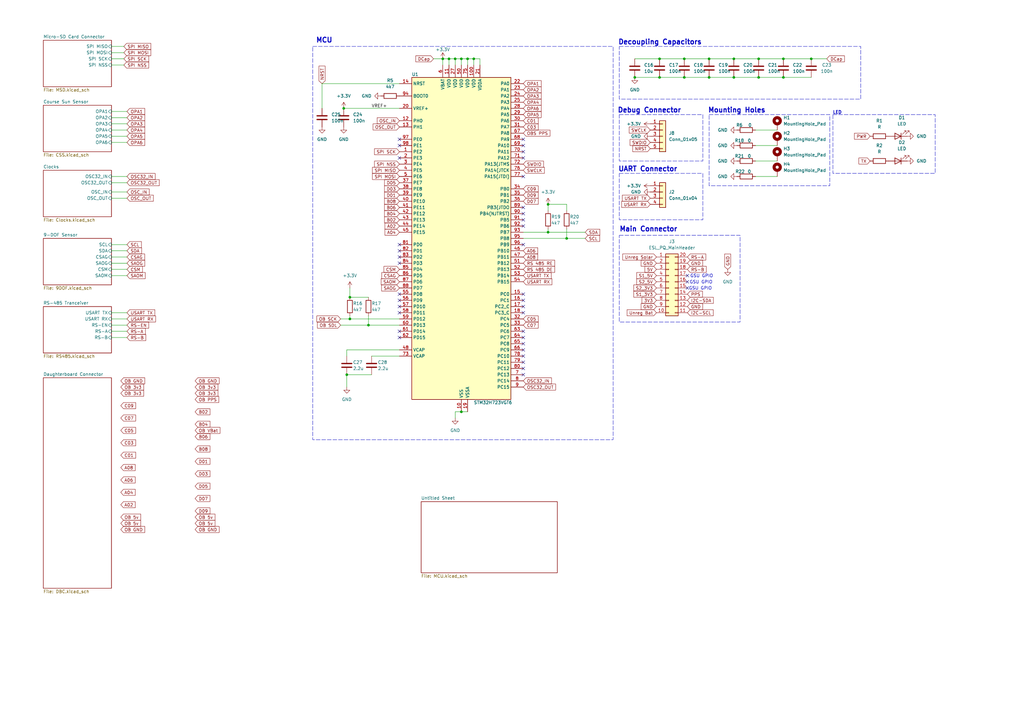
<source format=kicad_sch>
(kicad_sch (version 20231120) (generator "eeschema") (generator_version "8.0")
  (paper "A3")
  (title_block (title "ADCS OBC") (date "2024-04-18") (rev "V1") (comment 1 "22619291") (comment 2 "DP Theron"))
  (lib_symbols
    (symbol "Connector_Generic:Conn_01x04" (pin_names (offset 1.016) hide)
      (property "Reference" "J" (at 0 5.08 0))
      (property "Value" "Conn_01x04" (at 0 -7.62 0))
      (symbol "Conn_01x04_1_1"
        (pin passive line (at -5.08 2.54 0) (length 3.81) (name "Pin_1") (number "1"))
        (pin passive line (at -5.08 0 0) (length 3.81) (name "Pin_2") (number "2"))
        (pin passive line (at -5.08 -2.54 0) (length 3.81) (name "Pin_3") (number "3"))
        (pin passive line (at -5.08 -5.08 0) (length 3.81) (name "Pin_4") (number "4"))
      )
    )
    (symbol "Connector_Generic:Conn_01x05" (pin_names (offset 1.016) hide)
      (property "Reference" "J" (at 0 7.62 0))
      (property "Value" "Conn_01x05" (at 0 -7.62 0))
      (symbol "Conn_01x05_1_1"
        (pin passive line (at -5.08 5.08 0) (length 3.81) (name "Pin_1") (number "1"))
        (pin passive line (at -5.08 2.54 0) (length 3.81) (name "Pin_2") (number "2"))
        (pin passive line (at -5.08 0 0) (length 3.81) (name "Pin_3") (number "3"))
        (pin passive line (at -5.08 -2.54 0) (length 3.81) (name "Pin_4") (number "4"))
        (pin passive line (at -5.08 -5.08 0) (length 3.81) (name "Pin_5") (number "5"))
      )
    )
    (symbol "Device:C" (pin_numbers hide) (pin_names (offset 0.254))
      (property "Reference" "C" (at 0.635 2.54 0))
      (property "Value" "C" (at 0.635 -2.54 0))
      (symbol "C_1_1"
        (pin passive line (at 0 3.81 270) (length 2.794) (name "~") (number "1"))
        (pin passive line (at 0 -3.81 90) (length 2.794) (name "~") (number "2"))
      )
    )
    (symbol "Device:LED" (pin_numbers hide) (pin_names (offset 1.016) hide)
      (property "Reference" "D" (at 0 2.54 0))
      (property "Value" "LED" (at 0 -2.54 0))
      (symbol "LED_1_1"
        (pin passive line (at -3.81 0 0) (length 2.54) (name "K") (number "1"))
        (pin passive line (at 3.81 0 180) (length 2.54) (name "A") (number "2"))
      )
    )
    (symbol "Device:R" (pin_numbers hide) (pin_names (offset 0))
      (property "Reference" "R" (at 2.032 0 90))
      (property "Value" "R" (at 0 0 90))
      (symbol "R_1_1"
        (pin passive line (at 0 3.81 270) (length 1.27) (name "~") (number "1"))
        (pin passive line (at 0 -3.81 90) (length 1.27) (name "~") (number "2"))
      )
    )
    (symbol "ESL_PQ:Conn_02x10_Counter_Clockwise" (pin_names (offset 1.016) hide)
      (property "Reference" "J" (at 1.27 12.7 0))
      (property "Value" "Conn_02x10_Counter_Clockwise" (at 1.27 -15.24 0))
      (symbol "Conn_02x10_Counter_Clockwise_1_1"
        (pin passive line (at -5.08 10.16 0) (length 3.81) (name "Pin_1") (number "1"))
        (pin passive line (at -5.08 -12.7 0) (length 3.81) (name "Pin_10") (number "10"))
        (pin passive line (at 7.62 -12.7 180) (length 3.81) (name "Pin_11") (number "11"))
        (pin passive line (at 7.62 -10.16 180) (length 3.81) (name "Pin_12") (number "12"))
        (pin passive line (at 7.62 -7.62 180) (length 3.81) (name "Pin_13") (number "13"))
        (pin passive line (at 7.62 -5.08 180) (length 3.81) (name "Pin_14") (number "14"))
        (pin passive line (at 7.62 -2.54 180) (length 3.81) (name "Pin_15") (number "15"))
        (pin passive line (at 7.62 0 180) (length 3.81) (name "Pin_16") (number "16"))
        (pin passive line (at 7.62 2.54 180) (length 3.81) (name "Pin_17") (number "17"))
        (pin passive line (at 7.62 5.08 180) (length 3.81) (name "Pin_18") (number "18"))
        (pin passive line (at 7.62 7.62 180) (length 3.81) (name "Pin_19") (number "19"))
        (pin passive line (at -5.08 7.62 0) (length 3.81) (name "Pin_2") (number "2"))
        (pin passive line (at 7.62 10.16 180) (length 3.81) (name "Pin_20") (number "20"))
        (pin passive line (at -5.08 5.08 0) (length 3.81) (name "Pin_3") (number "3"))
        (pin passive line (at -5.08 2.54 0) (length 3.81) (name "Pin_4") (number "4"))
        (pin passive line (at -5.08 0 0) (length 3.81) (name "Pin_5") (number "5"))
        (pin passive line (at -5.08 -2.54 0) (length 3.81) (name "Pin_6") (number "6"))
        (pin passive line (at -5.08 -5.08 0) (length 3.81) (name "Pin_7") (number "7"))
        (pin passive line (at -5.08 -7.62 0) (length 3.81) (name "Pin_8") (number "8"))
        (pin passive line (at -5.08 -10.16 0) (length 3.81) (name "Pin_9") (number "9"))
      )
    )
    (symbol "MCU_ST_STM32H7:STM32H723VGTx"
      (property "Reference" "U" (at -20.32 67.31 0))
      (property "Value" "STM32H723VGTx" (at 10.16 67.31 0))
      (symbol "STM32H723VGTx_1_1"
        (pin bidirectional line (at -25.4 35.56 0) (length 5.08) (name "PE2") (number "1"))
        (pin power_in line (at 0 -71.12 90) (length 5.08) (name "VSS") (number "10"))
        (pin power_in line (at 5.08 71.12 270) (length 5.08) (name "VDD") (number "100"))
        (pin power_in line (at -5.08 71.12 270) (length 5.08) (name "VDD") (number "11"))
        (pin bidirectional line (at -25.4 48.26 0) (length 5.08) (name "PH0") (number "12"))
        (pin bidirectional line (at -25.4 45.72 0) (length 5.08) (name "PH1") (number "13"))
        (pin input line (at -25.4 63.5 0) (length 5.08) (name "NRST") (number "14"))
        (pin bidirectional line (at 25.4 -22.86 180) (length 5.08) (name "PC0") (number "15"))
        (pin bidirectional line (at 25.4 -25.4 180) (length 5.08) (name "PC1") (number "16"))
        (pin bidirectional line (at 25.4 -27.94 180) (length 5.08) (name "PC2_C") (number "17"))
        (pin bidirectional line (at 25.4 -30.48 180) (length 5.08) (name "PC3_C") (number "18"))
        (pin power_in line (at 2.54 -71.12 90) (length 5.08) (name "VSSA") (number "19"))
        (pin bidirectional line (at -25.4 33.02 0) (length 5.08) (name "PE3") (number "2"))
        (pin input line (at -25.4 53.34 0) (length 5.08) (name "VREF+") (number "20"))
        (pin power_in line (at 7.62 71.12 270) (length 5.08) (name "VDDA") (number "21"))
        (pin bidirectional line (at 25.4 63.5 180) (length 5.08) (name "PA0") (number "22"))
        (pin bidirectional line (at 25.4 60.96 180) (length 5.08) (name "PA1") (number "23"))
        (pin bidirectional line (at 25.4 58.42 180) (length 5.08) (name "PA2") (number "24"))
        (pin bidirectional line (at 25.4 55.88 180) (length 5.08) (name "PA3") (number "25"))
        (pin passive line (at 0 -71.12 90) (length 5.08) hide (name "VSS") (number "26"))
        (pin power_in line (at -2.54 71.12 270) (length 5.08) (name "VDD") (number "27"))
        (pin bidirectional line (at 25.4 53.34 180) (length 5.08) (name "PA4") (number "28"))
        (pin bidirectional line (at 25.4 50.8 180) (length 5.08) (name "PA5") (number "29"))
        (pin bidirectional line (at -25.4 30.48 0) (length 5.08) (name "PE4") (number "3"))
        (pin bidirectional line (at 25.4 48.26 180) (length 5.08) (name "PA6") (number "30"))
        (pin bidirectional line (at 25.4 45.72 180) (length 5.08) (name "PA7") (number "31"))
        (pin bidirectional line (at 25.4 -33.02 180) (length 5.08) (name "PC4") (number "32"))
        (pin bidirectional line (at 25.4 -35.56 180) (length 5.08) (name "PC5") (number "33"))
        (pin bidirectional line (at 25.4 20.32 180) (length 5.08) (name "PB0") (number "34"))
        (pin bidirectional line (at 25.4 17.78 180) (length 5.08) (name "PB1") (number "35"))
        (pin bidirectional line (at 25.4 15.24 180) (length 5.08) (name "PB2") (number "36"))
        (pin bidirectional line (at -25.4 22.86 0) (length 5.08) (name "PE7") (number "37"))
        (pin bidirectional line (at -25.4 20.32 0) (length 5.08) (name "PE8") (number "38"))
        (pin bidirectional line (at -25.4 17.78 0) (length 5.08) (name "PE9") (number "39"))
        (pin bidirectional line (at -25.4 27.94 0) (length 5.08) (name "PE5") (number "4"))
        (pin bidirectional line (at -25.4 15.24 0) (length 5.08) (name "PE10") (number "40"))
        (pin bidirectional line (at -25.4 12.7 0) (length 5.08) (name "PE11") (number "41"))
        (pin bidirectional line (at -25.4 10.16 0) (length 5.08) (name "PE12") (number "42"))
        (pin bidirectional line (at -25.4 7.62 0) (length 5.08) (name "PE13") (number "43"))
        (pin bidirectional line (at -25.4 5.08 0) (length 5.08) (name "PE14") (number "44"))
        (pin bidirectional line (at -25.4 2.54 0) (length 5.08) (name "PE15") (number "45"))
        (pin bidirectional line (at 25.4 -5.08 180) (length 5.08) (name "PB10") (number "46"))
        (pin bidirectional line (at 25.4 -7.62 180) (length 5.08) (name "PB11") (number "47"))
        (pin power_out line (at -25.4 -45.72 0) (length 5.08) (name "VCAP") (number "48"))
        (pin passive line (at 0 -71.12 90) (length 5.08) hide (name "VSS") (number "49"))
        (pin bidirectional line (at -25.4 25.4 0) (length 5.08) (name "PE6") (number "5"))
        (pin power_in line (at 0 71.12 270) (length 5.08) (name "VDD") (number "50"))
        (pin bidirectional line (at 25.4 -10.16 180) (length 5.08) (name "PB12") (number "51"))
        (pin bidirectional line (at 25.4 -12.7 180) (length 5.08) (name "PB13") (number "52"))
        (pin bidirectional line (at 25.4 -15.24 180) (length 5.08) (name "PB14") (number "53"))
        (pin bidirectional line (at 25.4 -17.78 180) (length 5.08) (name "PB15") (number "54"))
        (pin bidirectional line (at -25.4 -22.86 0) (length 5.08) (name "PD8") (number "55"))
        (pin bidirectional line (at -25.4 -25.4 0) (length 5.08) (name "PD9") (number "56"))
        (pin bidirectional line (at -25.4 -27.94 0) (length 5.08) (name "PD10") (number "57"))
        (pin bidirectional line (at -25.4 -30.48 0) (length 5.08) (name "PD11") (number "58"))
        (pin bidirectional line (at -25.4 -33.02 0) (length 5.08) (name "PD12") (number "59"))
        (pin power_in line (at -7.62 71.12 270) (length 5.08) (name "VBAT") (number "6"))
        (pin bidirectional line (at -25.4 -35.56 0) (length 5.08) (name "PD13") (number "60"))
        (pin bidirectional line (at -25.4 -38.1 0) (length 5.08) (name "PD14") (number "61"))
        (pin bidirectional line (at -25.4 -40.64 0) (length 5.08) (name "PD15") (number "62"))
        (pin bidirectional line (at 25.4 -38.1 180) (length 5.08) (name "PC6") (number "63"))
        (pin bidirectional line (at 25.4 -40.64 180) (length 5.08) (name "PC7") (number "64"))
        (pin bidirectional line (at 25.4 -43.18 180) (length 5.08) (name "PC8") (number "65"))
        (pin bidirectional line (at 25.4 -45.72 180) (length 5.08) (name "PC9") (number "66"))
        (pin bidirectional line (at 25.4 43.18 180) (length 5.08) (name "PA8") (number "67"))
        (pin bidirectional line (at 25.4 40.64 180) (length 5.08) (name "PA9") (number "68"))
        (pin bidirectional line (at 25.4 38.1 180) (length 5.08) (name "PA10") (number "69"))
        (pin bidirectional line (at 25.4 -55.88 180) (length 5.08) (name "PC13") (number "7"))
        (pin bidirectional line (at 25.4 35.56 180) (length 5.08) (name "PA11") (number "70"))
        (pin bidirectional line (at 25.4 33.02 180) (length 5.08) (name "PA12") (number "71"))
        (pin bidirectional line (at 25.4 30.48 180) (length 5.08) (name "PA13(JTMS") (number "72"))
        (pin power_out line (at -25.4 -48.26 0) (length 5.08) (name "VCAP") (number "73"))
        (pin passive line (at 0 -71.12 90) (length 5.08) hide (name "VSS") (number "74"))
        (pin power_in line (at 2.54 71.12 270) (length 5.08) (name "VDD") (number "75"))
        (pin bidirectional line (at 25.4 27.94 180) (length 5.08) (name "PA14(JTCK") (number "76"))
        (pin bidirectional line (at 25.4 25.4 180) (length 5.08) (name "PA15(JTDI)") (number "77"))
        (pin bidirectional line (at 25.4 -48.26 180) (length 5.08) (name "PC10") (number "78"))
        (pin bidirectional line (at 25.4 -50.8 180) (length 5.08) (name "PC11") (number "79"))
        (pin bidirectional line (at 25.4 -58.42 180) (length 5.08) (name "PC14") (number "8"))
        (pin bidirectional line (at 25.4 -53.34 180) (length 5.08) (name "PC12") (number "80"))
        (pin bidirectional line (at -25.4 -2.54 0) (length 5.08) (name "PD0") (number "81"))
        (pin bidirectional line (at -25.4 -5.08 0) (length 5.08) (name "PD1") (number "82"))
        (pin bidirectional line (at -25.4 -7.62 0) (length 5.08) (name "PD2") (number "83"))
        (pin bidirectional line (at -25.4 -10.16 0) (length 5.08) (name "PD3") (number "84"))
        (pin bidirectional line (at -25.4 -12.7 0) (length 5.08) (name "PD4") (number "85"))
        (pin bidirectional line (at -25.4 -15.24 0) (length 5.08) (name "PD5") (number "86"))
        (pin bidirectional line (at -25.4 -17.78 0) (length 5.08) (name "PD6") (number "87"))
        (pin bidirectional line (at -25.4 -20.32 0) (length 5.08) (name "PD7") (number "88"))
        (pin bidirectional line (at 25.4 12.7 180) (length 5.08) (name "PB3(JTDO") (number "89"))
        (pin bidirectional line (at 25.4 -60.96 180) (length 5.08) (name "PC15") (number "9"))
        (pin bidirectional line (at 25.4 10.16 180) (length 5.08) (name "PB4(NJTRST)") (number "90"))
        (pin bidirectional line (at 25.4 7.62 180) (length 5.08) (name "PB5") (number "91"))
        (pin bidirectional line (at 25.4 5.08 180) (length 5.08) (name "PB6") (number "92"))
        (pin bidirectional line (at 25.4 2.54 180) (length 5.08) (name "PB7") (number "93"))
        (pin input line (at -25.4 58.42 0) (length 5.08) (name "BOOT0") (number "94"))
        (pin bidirectional line (at 25.4 0 180) (length 5.08) (name "PB8") (number "95"))
        (pin bidirectional line (at 25.4 -2.54 180) (length 5.08) (name "PB9") (number "96"))
        (pin bidirectional line (at -25.4 40.64 0) (length 5.08) (name "PE0") (number "97"))
        (pin bidirectional line (at -25.4 38.1 0) (length 5.08) (name "PE1") (number "98"))
        (pin passive line (at 0 -71.12 90) (length 5.08) hide (name "VSS") (number "99"))
      )
    )
    (symbol "Mechanical:MountingHole_Pad" (pin_numbers hide) (pin_names (offset 1.016) hide) (exclude_from_sim yes) (in_bom no)
      (property "Reference" "H" (at 0 6.35 0))
      (property "Value" "MountingHole_Pad" (at 0 4.445 0))
      (symbol "MountingHole_Pad_1_1"
        (pin input line (at 0 -2.54 90) (length 2.54) (name "1") (number "1"))
      )
    )
    (symbol "power:+3.3V" (power) (pin_names (offset 0))
      (property "Value" "+3.3V" (at 0 3.556 0))
      (symbol "+3.3V_1_1"
        (pin power_in line (at 0 0 90) (length 0) hide (name "+3.3V") (number "1"))
      )
    )
    (symbol "power:GND" (power) (pin_names (offset 0))
      (property "Value" "GND" (at 0 -3.81 0))
      (symbol "GND_1_1"
        (pin power_in line (at 0 0 270) (length 0) hide (name "GND") (number "1"))
      )
    )
  )
  (junction (at 332.74 24.13))
  (junction (at 191.77 24.13))
  (junction (at 270.51 24.13))
  (junction (at 143.51 130.81))
  (junction (at 143.51 121.92))
  (junction (at 151.13 133.35))
  (junction (at 270.51 31.75))
  (junction (at 321.31 31.75))
  (junction (at 184.15 24.13))
  (junction (at 311.15 24.13))
  (junction (at 189.23 24.13))
  (junction (at 300.99 24.13))
  (junction (at 280.67 31.75))
  (junction (at 280.67 24.13))
  (junction (at 186.69 24.13))
  (junction (at 260.35 31.75))
  (junction (at 311.15 31.75))
  (junction (at 290.83 31.75))
  (junction (at 300.99 31.75))
  (junction (at 224.79 95.25))
  (junction (at 232.41 97.79))
  (junction (at 290.83 24.13))
  (junction (at 189.23 168.91))
  (junction (at 224.79 83.82))
  (junction (at 142.24 153.67))
  (junction (at 181.61 24.13))
  (junction (at 140.97 44.45))
  (junction (at 194.31 24.13))
  (junction (at 321.31 24.13))
  (no_connect (at 214.63 92.71))
  (no_connect (at 214.63 85.09))
  (no_connect (at 214.63 143.51))
  (no_connect (at 214.63 123.19))
  (no_connect (at 163.83 57.15))
  (no_connect (at 163.83 107.95))
  (no_connect (at 163.83 59.69))
  (no_connect (at 214.63 138.43))
  (no_connect (at 163.83 100.33))
  (no_connect (at 163.83 102.87))
  (no_connect (at 163.83 123.19))
  (no_connect (at 214.63 90.17))
  (no_connect (at 214.63 64.77))
  (no_connect (at 214.63 153.67))
  (no_connect (at 214.63 62.23))
  (no_connect (at 214.63 151.13))
  (no_connect (at 214.63 125.73))
  (no_connect (at 163.83 120.65))
  (no_connect (at 214.63 148.59))
  (no_connect (at 281.94 118.11))
  (no_connect (at 214.63 59.69))
  (no_connect (at 163.83 105.41))
  (no_connect (at 163.83 138.43))
  (no_connect (at 214.63 120.65))
  (no_connect (at 214.63 72.39))
  (no_connect (at 281.94 113.03))
  (no_connect (at 214.63 87.63))
  (no_connect (at 163.83 64.77))
  (no_connect (at 214.63 128.27))
  (no_connect (at 163.83 125.73))
  (no_connect (at 163.83 135.89))
  (no_connect (at 214.63 100.33))
  (no_connect (at 214.63 135.89))
  (no_connect (at 214.63 140.97))
  (no_connect (at 281.94 115.57))
  (no_connect (at 214.63 57.15))
  (no_connect (at 163.83 128.27))
  (no_connect (at 214.63 146.05))
  (wire (pts (xy 224.79 83.82) (xy 224.79 86.36)))
  (wire (pts (xy 280.67 31.75) (xy 290.83 31.75)))
  (wire (pts (xy 260.35 24.13) (xy 270.51 24.13)))
  (wire (pts (xy 143.51 121.92) (xy 151.13 121.92)))
  (wire (pts (xy 232.41 97.79) (xy 214.63 97.79)))
  (wire (pts (xy 45.72 113.03) (xy 52.07 113.03)))
  (wire (pts (xy 309.88 66.04) (xy 318.77 66.04)))
  (wire (pts (xy 177.8 24.13) (xy 181.61 24.13)))
  (wire (pts (xy 45.72 130.81) (xy 52.07 130.81)))
  (wire (pts (xy 45.72 48.26) (xy 52.07 48.26)))
  (wire (pts (xy 309.88 53.34) (xy 318.77 53.34)))
  (wire (pts (xy 184.15 26.67) (xy 184.15 24.13)))
  (wire (pts (xy 45.72 74.93) (xy 52.07 74.93)))
  (wire (pts (xy 311.15 31.75) (xy 321.31 31.75)))
  (wire (pts (xy 45.72 55.88) (xy 52.07 55.88)))
  (wire (pts (xy 139.7 133.35) (xy 151.13 133.35)))
  (wire (pts (xy 142.24 143.51) (xy 142.24 146.05)))
  (wire (pts (xy 45.72 128.27) (xy 52.07 128.27)))
  (wire (pts (xy 300.99 31.75) (xy 311.15 31.75)))
  (wire (pts (xy 151.13 129.54) (xy 151.13 133.35)))
  (wire (pts (xy 45.72 24.13) (xy 50.8 24.13)))
  (wire (pts (xy 290.83 31.75) (xy 300.99 31.75)))
  (wire (pts (xy 189.23 24.13) (xy 189.23 26.67)))
  (wire (pts (xy 143.51 118.11) (xy 143.51 121.92)))
  (wire (pts (xy 45.72 133.35) (xy 52.07 133.35)))
  (wire (pts (xy 45.72 107.95) (xy 52.07 107.95)))
  (wire (pts (xy 186.69 26.67) (xy 186.69 24.13)))
  (wire (pts (xy 132.08 34.29) (xy 132.08 44.45)))
  (wire (pts (xy 290.83 24.13) (xy 300.99 24.13)))
  (wire (pts (xy 186.69 24.13) (xy 189.23 24.13)))
  (wire (pts (xy 45.72 78.74) (xy 52.07 78.74)))
  (wire (pts (xy 139.7 130.81) (xy 143.51 130.81)))
  (wire (pts (xy 309.88 72.39) (xy 318.77 72.39)))
  (wire (pts (xy 151.13 133.35) (xy 163.83 133.35)))
  (wire (pts (xy 45.72 102.87) (xy 52.07 102.87)))
  (wire (pts (xy 45.72 53.34) (xy 52.07 53.34)))
  (wire (pts (xy 45.72 110.49) (xy 52.07 110.49)))
  (wire (pts (xy 45.72 50.8) (xy 52.07 50.8)))
  (wire (pts (xy 240.03 97.79) (xy 232.41 97.79)))
  (wire (pts (xy 45.72 72.39) (xy 52.07 72.39)))
  (wire (pts (xy 232.41 86.36) (xy 232.41 83.82)))
  (wire (pts (xy 45.72 58.42) (xy 52.07 58.42)))
  (wire (pts (xy 321.31 24.13) (xy 332.74 24.13)))
  (wire (pts (xy 232.41 83.82) (xy 224.79 83.82)))
  (wire (pts (xy 45.72 100.33) (xy 52.07 100.33)))
  (wire (pts (xy 191.77 24.13) (xy 194.31 24.13)))
  (wire (pts (xy 194.31 24.13) (xy 194.31 26.67)))
  (wire (pts (xy 45.72 135.89) (xy 52.07 135.89)))
  (wire (pts (xy 152.4 146.05) (xy 163.83 146.05)))
  (wire (pts (xy 163.83 34.29) (xy 132.08 34.29)))
  (wire (pts (xy 224.79 93.98) (xy 224.79 95.25)))
  (wire (pts (xy 224.79 95.25) (xy 214.63 95.25)))
  (wire (pts (xy 191.77 24.13) (xy 191.77 26.67)))
  (wire (pts (xy 240.03 95.25) (xy 224.79 95.25)))
  (wire (pts (xy 321.31 31.75) (xy 332.74 31.75)))
  (wire (pts (xy 184.15 24.13) (xy 186.69 24.13)))
  (wire (pts (xy 300.99 24.13) (xy 311.15 24.13)))
  (wire (pts (xy 45.72 105.41) (xy 52.07 105.41)))
  (wire (pts (xy 45.72 45.72) (xy 52.07 45.72)))
  (wire (pts (xy 45.72 138.43) (xy 52.07 138.43)))
  (wire (pts (xy 189.23 168.91) (xy 186.69 168.91)))
  (wire (pts (xy 270.51 31.75) (xy 280.67 31.75)))
  (wire (pts (xy 189.23 168.91) (xy 191.77 168.91)))
  (wire (pts (xy 280.67 24.13) (xy 290.83 24.13)))
  (wire (pts (xy 232.41 93.98) (xy 232.41 97.79)))
  (wire (pts (xy 196.85 24.13) (xy 194.31 24.13)))
  (wire (pts (xy 142.24 153.67) (xy 142.24 158.75)))
  (wire (pts (xy 309.88 59.69) (xy 318.77 59.69)))
  (wire (pts (xy 142.24 153.67) (xy 152.4 153.67)))
  (wire (pts (xy 196.85 26.67) (xy 196.85 24.13)))
  (wire (pts (xy 45.72 26.67) (xy 50.8 26.67)))
  (wire (pts (xy 163.83 143.51) (xy 142.24 143.51)))
  (wire (pts (xy 311.15 24.13) (xy 321.31 24.13)))
  (wire (pts (xy 189.23 24.13) (xy 191.77 24.13)))
  (wire (pts (xy 45.72 81.28) (xy 52.07 81.28)))
  (wire (pts (xy 45.72 21.59) (xy 50.8 21.59)))
  (wire (pts (xy 181.61 26.67) (xy 181.61 24.13)))
  (wire (pts (xy 143.51 130.81) (xy 163.83 130.81)))
  (wire (pts (xy 181.61 24.13) (xy 184.15 24.13)))
  (wire (pts (xy 270.51 24.13) (xy 280.67 24.13)))
  (wire (pts (xy 332.74 24.13) (xy 339.09 24.13)))
  (wire (pts (xy 140.97 44.45) (xy 163.83 44.45)))
  (wire (pts (xy 143.51 129.54) (xy 143.51 130.81)))
  (wire (pts (xy 186.69 168.91) (xy 186.69 171.45)))
  (wire (pts (xy 260.35 31.75) (xy 270.51 31.75)))
  (wire (pts (xy 45.72 19.05) (xy 50.8 19.05)))
  (rectangle (start 290.83 46.99) (end 340.36 76.2) (stroke (width 0) (type dash)))
  (rectangle (start 254 96.52) (end 303.53 132.08) (stroke (width 0) (type dash)))
  (rectangle (start 254 71.12) (end 288.29 90.17) (stroke (width 0) (type dash)))
  (rectangle (start 128.27 19.05) (end 251.46 180.34) (stroke (width 0) (type dash)))
  (rectangle (start 254 19.05) (end 353.06 40.64) (stroke (width 0) (type dash)))
  (rectangle (start 254 46.99) (end 288.29 66.04) (stroke (width 0) (type dash)))
  (rectangle (start 341.63 46.99) (end 383.54 71.12) (stroke (width 0) (type dash)))
  (text "GSU GPIO" (at 287.274 118.364 0) (effects (font (size 1.27 1.27))))
  (text "UART Connector" (at 253.492 70.612 0) (effects (font (size 2 2) (thickness 0.4) (bold yes)) (justify left bottom)))
  (text "LED" (at 343.408 46.228 0) (effects (font (size 1.27 1.27) (thickness 0.254) (bold yes))))
  (text "Decoupling Capacitors" (at 253.492 18.542 0) (effects (font (size 2 2) (bold yes)) (justify left bottom)))
  (text "Mounting Holes" (at 290.322 46.482 0) (effects (font (size 2 2) (thickness 0.4) (bold yes)) (justify left bottom)))
  (text "GSU GPIO" (at 287.782 113.284 0) (effects (font (size 1.27 1.27))))
  (text "Debug Connector" (at 253.238 46.482 0) (effects (font (size 2 2) (thickness 0.4) (bold yes)) (justify left bottom)))
  (text "Main Connector" (at 254 95.25 0) (effects (font (size 2 2) (thickness 0.4) (bold yes)) (justify left bottom)))
  (text "GSU GPIO" (at 287.528 115.824 0) (effects (font (size 1.27 1.27))))
  (text "MCU" (at 129.54 17.78 0) (effects (font (size 2 2) (bold yes)) (justify left bottom)))
  (label "VREF+" (at 152.4 44.45 0))
  (global_label "D05" (shape input) (at 80.01 199.39 0) (property "Intersheetrefs" "${INTERSHEET_REFS}" (effects (hide yes))))
  (global_label "OSC_OUT" (shape input) (at 163.83 52.07 180) (property "Intersheetrefs" "${INTERSHEET_REFS}" (effects (hide yes))))
  (global_label "USART RX" (shape input) (at 52.07 130.81 0) (property "Intersheetrefs" "${INTERSHEET_REFS}" (effects (hide yes))))
  (global_label "OSC32_OUT" (shape input) (at 52.07 74.93 0) (property "Intersheetrefs" "${INTERSHEET_REFS}" (effects (hide yes))))
  (global_label "SWDIO" (shape input) (at 266.7 58.42 180) (property "Intersheetrefs" "${INTERSHEET_REFS}" (effects (hide yes))))
  (global_label "RS-B" (shape input) (at 52.07 138.43 0) (property "Intersheetrefs" "${INTERSHEET_REFS}" (effects (hide yes))))
  (global_label "RS-A" (shape input) (at 52.07 135.89 0) (property "Intersheetrefs" "${INTERSHEET_REFS}" (effects (hide yes))))
  (global_label "B02" (shape input) (at 80.01 168.91 0) (property "Intersheetrefs" "${INTERSHEET_REFS}" (effects (hide yes))))
  (global_label "OPA1" (shape input) (at 214.63 34.29 0) (property "Intersheetrefs" "${INTERSHEET_REFS}" (effects (hide yes))))
  (global_label "OB 5v" (shape input) (at 80.01 212.09 0) (property "Intersheetrefs" "${INTERSHEET_REFS}" (effects (hide yes))))
  (global_label "OB SCK" (shape input) (at 139.7 130.81 180) (property "Intersheetrefs" "${INTERSHEET_REFS}" (effects (hide yes))))
  (global_label "CSAG" (shape input) (at 163.83 113.03 180) (property "Intersheetrefs" "${INTERSHEET_REFS}" (effects (hide yes))))
  (global_label "SPI MISO" (shape input) (at 163.83 69.85 180) (property "Intersheetrefs" "${INTERSHEET_REFS}" (effects (hide yes))))
  (global_label "D01" (shape input) (at 80.01 189.23 0) (property "Intersheetrefs" "${INTERSHEET_REFS}" (effects (hide yes))))
  (global_label "D03" (shape input) (at 80.01 194.31 0) (property "Intersheetrefs" "${INTERSHEET_REFS}" (effects (hide yes))))
  (global_label "SPI MOSI" (shape input) (at 50.8 21.59 0) (property "Intersheetrefs" "${INTERSHEET_REFS}" (effects (hide yes))))
  (global_label "C05" (shape input) (at 214.63 130.81 0) (property "Intersheetrefs" "${INTERSHEET_REFS}" (effects (hide yes))))
  (global_label "S1_5V" (shape input) (at 269.24 113.03 180) (property "Intersheetrefs" "${INTERSHEET_REFS}" (effects (hide yes))))
  (global_label "GND" (shape input) (at 281.94 125.73 0) (property "Intersheetrefs" "${INTERSHEET_REFS}" (effects (hide yes))))
  (global_label "OPA4" (shape input) (at 52.07 53.34 0) (property "Intersheetrefs" "${INTERSHEET_REFS}" (effects (hide yes))))
  (global_label "OBS PPS" (shape input) (at 214.63 54.61 0) (property "Intersheetrefs" "${INTERSHEET_REFS}" (effects (hide yes))))
  (global_label "USART TX" (shape input) (at 266.7 81.28 180) (property "Intersheetrefs" "${INTERSHEET_REFS}" (effects (hide yes))))
  (global_label "SPI NSS" (shape input) (at 50.8 26.67 0) (property "Intersheetrefs" "${INTERSHEET_REFS}" (effects (hide yes))))
  (global_label "OB GND" (shape input) (at 49.53 156.21 0) (property "Intersheetrefs" "${INTERSHEET_REFS}" (effects (hide yes))))
  (global_label "SWCLK" (shape input) (at 214.63 69.85 0) (property "Intersheetrefs" "${INTERSHEET_REFS}" (effects (hide yes))))
  (global_label "CSM" (shape input) (at 52.07 110.49 0) (property "Intersheetrefs" "${INTERSHEET_REFS}" (effects (hide yes))))
  (global_label "B04" (shape input) (at 80.01 173.99 0) (property "Intersheetrefs" "${INTERSHEET_REFS}" (effects (hide yes))))
  (global_label "A02" (shape input) (at 163.83 92.71 180) (property "Intersheetrefs" "${INTERSHEET_REFS}" (effects (hide yes))))
  (global_label "S2_3V3" (shape input) (at 269.24 118.11 180) (property "Intersheetrefs" "${INTERSHEET_REFS}" (effects (hide yes))))
  (global_label "SPI MISO" (shape input) (at 50.8 19.05 0) (property "Intersheetrefs" "${INTERSHEET_REFS}" (effects (hide yes))))
  (global_label "A04" (shape input) (at 49.53 201.93 0) (property "Intersheetrefs" "${INTERSHEET_REFS}" (effects (hide yes))))
  (global_label "D07" (shape input) (at 80.01 204.47 0) (property "Intersheetrefs" "${INTERSHEET_REFS}" (effects (hide yes))))
  (global_label "A02" (shape input) (at 49.53 207.01 0) (property "Intersheetrefs" "${INTERSHEET_REFS}" (effects (hide yes))))
  (global_label "USART TX" (shape input) (at 214.63 113.03 0) (property "Intersheetrefs" "${INTERSHEET_REFS}" (effects (hide yes))))
  (global_label "I2C-SCL" (shape input) (at 281.94 128.27 0) (property "Intersheetrefs" "${INTERSHEET_REFS}" (effects (hide yes))))
  (global_label "SDA" (shape input) (at 52.07 102.87 0) (property "Intersheetrefs" "${INTERSHEET_REFS}" (effects (hide yes))))
  (global_label "C09" (shape input) (at 49.53 166.37 0) (property "Intersheetrefs" "${INTERSHEET_REFS}" (effects (hide yes))))
  (global_label "OB 3v3" (shape input) (at 80.01 158.75 0) (property "Intersheetrefs" "${INTERSHEET_REFS}" (effects (hide yes))))
  (global_label "SAOG" (shape input) (at 52.07 107.95 0) (property "Intersheetrefs" "${INTERSHEET_REFS}" (effects (hide yes))))
  (global_label "D09" (shape input) (at 80.01 209.55 0) (property "Intersheetrefs" "${INTERSHEET_REFS}" (effects (hide yes))))
  (global_label "RS-B" (shape input) (at 281.94 110.49 0) (property "Intersheetrefs" "${INTERSHEET_REFS}" (effects (hide yes))))
  (global_label "OPA5" (shape input) (at 214.63 46.99 0) (property "Intersheetrefs" "${INTERSHEET_REFS}" (effects (hide yes))))
  (global_label "RS-A" (shape input) (at 281.94 105.41 0) (property "Intersheetrefs" "${INTERSHEET_REFS}" (effects (hide yes))))
  (global_label "USART RX" (shape input) (at 214.63 115.57 0) (property "Intersheetrefs" "${INTERSHEET_REFS}" (effects (hide yes))))
  (global_label "D05" (shape input) (at 163.83 74.93 180) (property "Intersheetrefs" "${INTERSHEET_REFS}" (effects (hide yes))))
  (global_label "D03" (shape input) (at 163.83 77.47 180) (property "Intersheetrefs" "${INTERSHEET_REFS}" (effects (hide yes))))
  (global_label "NRST" (shape input) (at 266.7 60.96 180) (property "Intersheetrefs" "${INTERSHEET_REFS}" (effects (hide yes))))
  (global_label "OPA6" (shape input) (at 214.63 44.45 0) (property "Intersheetrefs" "${INTERSHEET_REFS}" (effects (hide yes))))
  (global_label "A04" (shape input) (at 163.83 95.25 180) (property "Intersheetrefs" "${INTERSHEET_REFS}" (effects (hide yes))))
  (global_label "SAOM" (shape input) (at 52.07 113.03 0) (property "Intersheetrefs" "${INTERSHEET_REFS}" (effects (hide yes))))
  (global_label "A06" (shape input) (at 49.53 196.85 0) (property "Intersheetrefs" "${INTERSHEET_REFS}" (effects (hide yes))))
  (global_label "OPA3" (shape input) (at 52.07 50.8 0) (property "Intersheetrefs" "${INTERSHEET_REFS}" (effects (hide yes))))
  (global_label "B02" (shape input) (at 163.83 90.17 180) (property "Intersheetrefs" "${INTERSHEET_REFS}" (effects (hide yes))))
  (global_label "OPA2" (shape input) (at 52.07 48.26 0) (property "Intersheetrefs" "${INTERSHEET_REFS}" (effects (hide yes))))
  (global_label "GND" (shape input) (at 281.94 107.95 0) (property "Intersheetrefs" "${INTERSHEET_REFS}" (effects (hide yes))))
  (global_label "OPA2" (shape input) (at 214.63 36.83 0) (property "Intersheetrefs" "${INTERSHEET_REFS}" (effects (hide yes))))
  (global_label "NRST" (shape input) (at 132.08 34.29 90) (property "Intersheetrefs" "${INTERSHEET_REFS}" (effects (hide yes))))
  (global_label "RS-EN" (shape input) (at 52.07 133.35 0) (property "Intersheetrefs" "${INTERSHEET_REFS}" (effects (hide yes))))
  (global_label "3V3" (shape input) (at 269.24 123.19 180) (property "Intersheetrefs" "${INTERSHEET_REFS}" (effects (hide yes))))
  (global_label "OB 3v3" (shape input) (at 80.01 161.29 0) (property "Intersheetrefs" "${INTERSHEET_REFS}" (effects (hide yes))))
  (global_label "D01" (shape input) (at 163.83 80.01 180) (property "Intersheetrefs" "${INTERSHEET_REFS}" (effects (hide yes))))
  (global_label "PPS" (shape input) (at 281.94 120.65 0) (property "Intersheetrefs" "${INTERSHEET_REFS}" (effects (hide yes))))
  (global_label "I2C-SDA" (shape input) (at 281.94 123.19 0) (property "Intersheetrefs" "${INTERSHEET_REFS}" (effects (hide yes))))
  (global_label "SDA" (shape input) (at 240.03 95.25 0) (property "Intersheetrefs" "${INTERSHEET_REFS}" (effects (hide yes))))
  (global_label "RS 485 RE" (shape input) (at 214.63 107.95 0) (property "Intersheetrefs" "${INTERSHEET_REFS}" (effects (hide yes))))
  (global_label "OSC_IN" (shape input) (at 52.07 78.74 0) (property "Intersheetrefs" "${INTERSHEET_REFS}" (effects (hide yes))))
  (global_label "OB PPS" (shape input) (at 80.01 163.83 0) (property "Intersheetrefs" "${INTERSHEET_REFS}" (effects (hide yes))))
  (global_label "PWR" (shape input) (at 356.87 55.88 180) (property "Intersheetrefs" "${INTERSHEET_REFS}" (effects (hide yes))))
  (global_label "OSC32_IN" (shape input) (at 214.63 156.21 0) (property "Intersheetrefs" "${INTERSHEET_REFS}" (effects (hide yes))))
  (global_label "D07" (shape input) (at 214.63 82.55 0) (property "Intersheetrefs" "${INTERSHEET_REFS}" (effects (hide yes))))
  (global_label "B08" (shape input) (at 80.01 184.15 0) (property "Intersheetrefs" "${INTERSHEET_REFS}" (effects (hide yes))))
  (global_label "OPA5" (shape input) (at 52.07 55.88 0) (property "Intersheetrefs" "${INTERSHEET_REFS}" (effects (hide yes))))
  (global_label "B04" (shape input) (at 163.83 87.63 180) (property "Intersheetrefs" "${INTERSHEET_REFS}" (effects (hide yes))))
  (global_label "A08" (shape input) (at 214.63 105.41 0) (property "Intersheetrefs" "${INTERSHEET_REFS}" (effects (hide yes))))
  (global_label "B06" (shape input) (at 163.83 85.09 180) (property "Intersheetrefs" "${INTERSHEET_REFS}" (effects (hide yes))))
  (global_label "D09" (shape input) (at 214.63 80.01 0) (property "Intersheetrefs" "${INTERSHEET_REFS}" (effects (hide yes))))
  (global_label "A06" (shape input) (at 214.63 102.87 0) (property "Intersheetrefs" "${INTERSHEET_REFS}" (effects (hide yes))))
  (global_label "OB 3v3" (shape input) (at 49.53 161.29 0) (property "Intersheetrefs" "${INTERSHEET_REFS}" (effects (hide yes))))
  (global_label "OPA6" (shape input) (at 52.07 58.42 0) (property "Intersheetrefs" "${INTERSHEET_REFS}" (effects (hide yes))))
  (global_label "SWCLK" (shape input) (at 266.7 53.34 180) (property "Intersheetrefs" "${INTERSHEET_REFS}" (effects (hide yes))))
  (global_label "OSC32_IN" (shape input) (at 52.07 72.39 0) (property "Intersheetrefs" "${INTERSHEET_REFS}" (effects (hide yes))))
  (global_label "OB GND" (shape input) (at 80.01 156.21 0) (property "Intersheetrefs" "${INTERSHEET_REFS}" (effects (hide yes))))
  (global_label "OB 3v3" (shape input) (at 49.53 158.75 0) (property "Intersheetrefs" "${INTERSHEET_REFS}" (effects (hide yes))))
  (global_label "TX" (shape input) (at 356.87 66.04 180) (property "Intersheetrefs" "${INTERSHEET_REFS}" (effects (hide yes))))
  (global_label "SAOM" (shape input) (at 163.83 115.57 180) (property "Intersheetrefs" "${INTERSHEET_REFS}" (effects (hide yes))))
  (global_label "B06" (shape input) (at 80.01 179.07 0) (property "Intersheetrefs" "${INTERSHEET_REFS}" (effects (hide yes))))
  (global_label "RS 485 DE" (shape input) (at 214.63 110.49 0) (property "Intersheetrefs" "${INTERSHEET_REFS}" (effects (hide yes))))
  (global_label "OB VBat" (shape input) (at 80.01 176.53 0) (property "Intersheetrefs" "${INTERSHEET_REFS}" (effects (hide yes))))
  (global_label "OSC_IN" (shape input) (at 163.83 49.53 180) (property "Intersheetrefs" "${INTERSHEET_REFS}" (effects (hide yes))))
  (global_label "GND" (shape input) (at 269.24 107.95 180) (property "Intersheetrefs" "${INTERSHEET_REFS}" (effects (hide yes))))
  (global_label "OB 5v" (shape input) (at 80.01 214.63 0) (property "Intersheetrefs" "${INTERSHEET_REFS}" (effects (hide yes))))
  (global_label "OB GND" (shape input) (at 80.01 217.17 0) (property "Intersheetrefs" "${INTERSHEET_REFS}" (effects (hide yes))))
  (global_label "OPA4" (shape input) (at 214.63 41.91 0) (property "Intersheetrefs" "${INTERSHEET_REFS}" (effects (hide yes))))
  (global_label "SWDIO" (shape input) (at 214.63 67.31 0) (property "Intersheetrefs" "${INTERSHEET_REFS}" (effects (hide yes))))
  (global_label "DCap" (shape input) (at 339.09 24.13 0) (property "Intersheetrefs" "${INTERSHEET_REFS}" (effects (hide yes))))
  (global_label "SPI MOSI" (shape input) (at 163.83 72.39 180) (property "Intersheetrefs" "${INTERSHEET_REFS}" (effects (hide yes))))
  (global_label "OB GND" (shape input) (at 49.53 217.17 0) (property "Intersheetrefs" "${INTERSHEET_REFS}" (effects (hide yes))))
  (global_label "OB 5v" (shape input) (at 49.53 214.63 0) (property "Intersheetrefs" "${INTERSHEET_REFS}" (effects (hide yes))))
  (global_label "GND" (shape input) (at 269.24 125.73 180) (property "Intersheetrefs" "${INTERSHEET_REFS}" (effects (hide yes))))
  (global_label "CSAG" (shape input) (at 52.07 105.41 0) (property "Intersheetrefs" "${INTERSHEET_REFS}" (effects (hide yes))))
  (global_label "SAOG" (shape input) (at 163.83 118.11 180) (property "Intersheetrefs" "${INTERSHEET_REFS}" (effects (hide yes))))
  (global_label "OPA3" (shape input) (at 214.63 39.37 0) (property "Intersheetrefs" "${INTERSHEET_REFS}" (effects (hide yes))))
  (global_label "C07" (shape input) (at 49.53 171.45 0) (property "Intersheetrefs" "${INTERSHEET_REFS}" (effects (hide yes))))
  (global_label "SCL" (shape input) (at 52.07 100.33 0) (property "Intersheetrefs" "${INTERSHEET_REFS}" (effects (hide yes))))
  (global_label "C03" (shape input) (at 49.53 181.61 0) (property "Intersheetrefs" "${INTERSHEET_REFS}" (effects (hide yes))))
  (global_label "C09" (shape input) (at 214.63 77.47 0) (property "Intersheetrefs" "${INTERSHEET_REFS}" (effects (hide yes))))
  (global_label "Unreg Solar" (shape input) (at 269.24 105.41 180) (property "Intersheetrefs" "${INTERSHEET_REFS}" (effects (hide yes))))
  (global_label "SPI SCK" (shape input) (at 163.83 62.23 180) (property "Intersheetrefs" "${INTERSHEET_REFS}" (effects (hide yes))))
  (global_label "Unreg Bat" (shape input) (at 269.24 128.27 180) (property "Intersheetrefs" "${INTERSHEET_REFS}" (effects (hide yes))))
  (global_label "C05" (shape input) (at 49.53 176.53 0) (property "Intersheetrefs" "${INTERSHEET_REFS}" (effects (hide yes))))
  (global_label "OB SDL" (shape input) (at 139.7 133.35 180) (property "Intersheetrefs" "${INTERSHEET_REFS}" (effects (hide yes))))
  (global_label "B08" (shape input) (at 163.83 82.55 180) (property "Intersheetrefs" "${INTERSHEET_REFS}" (effects (hide yes))))
  (global_label "5V" (shape input) (at 269.24 110.49 180) (property "Intersheetrefs" "${INTERSHEET_REFS}" (effects (hide yes))))
  (global_label "CSM" (shape input) (at 163.83 110.49 180) (property "Intersheetrefs" "${INTERSHEET_REFS}" (effects (hide yes))))
  (global_label "SCL" (shape input) (at 240.03 97.79 0) (property "Intersheetrefs" "${INTERSHEET_REFS}" (effects (hide yes))))
  (global_label "SPI SCK" (shape input) (at 50.8 24.13 0) (property "Intersheetrefs" "${INTERSHEET_REFS}" (effects (hide yes))))
  (global_label "USART RX" (shape input) (at 266.7 83.82 180) (property "Intersheetrefs" "${INTERSHEET_REFS}" (effects (hide yes))))
  (global_label "USART TX" (shape input) (at 52.07 128.27 0) (property "Intersheetrefs" "${INTERSHEET_REFS}" (effects (hide yes))))
  (global_label "OSC32_OUT" (shape input) (at 214.63 158.75 0) (property "Intersheetrefs" "${INTERSHEET_REFS}" (effects (hide yes))))
  (global_label "OPA1" (shape input) (at 52.07 45.72 0) (property "Intersheetrefs" "${INTERSHEET_REFS}" (effects (hide yes))))
  (global_label "OB 5v" (shape input) (at 49.53 212.09 0) (property "Intersheetrefs" "${INTERSHEET_REFS}" (effects (hide yes))))
  (global_label "SPI NSS" (shape input) (at 163.83 67.31 180) (property "Intersheetrefs" "${INTERSHEET_REFS}" (effects (hide yes))))
  (global_label "C01" (shape input) (at 214.63 49.53 0) (property "Intersheetrefs" "${INTERSHEET_REFS}" (effects (hide yes))))
  (global_label "S2_5V" (shape input) (at 269.24 115.57 180) (property "Intersheetrefs" "${INTERSHEET_REFS}" (effects (hide yes))))
  (global_label "S1_3V3" (shape input) (at 269.24 120.65 180) (property "Intersheetrefs" "${INTERSHEET_REFS}" (effects (hide yes))))
  (global_label "C01" (shape input) (at 49.53 186.69 0) (property "Intersheetrefs" "${INTERSHEET_REFS}" (effects (hide yes))))
  (global_label "A08" (shape input) (at 49.53 191.77 0) (property "Intersheetrefs" "${INTERSHEET_REFS}" (effects (hide yes))))
  (global_label "C07" (shape input) (at 214.63 133.35 0) (property "Intersheetrefs" "${INTERSHEET_REFS}" (effects (hide yes))))
  (global_label "OSC_OUT" (shape input) (at 52.07 81.28 0) (property "Intersheetrefs" "${INTERSHEET_REFS}" (effects (hide yes))))
  (global_label "C03" (shape input) (at 214.63 52.07 0) (property "Intersheetrefs" "${INTERSHEET_REFS}" (effects (hide yes))))
  (global_label "DCap" (shape input) (at 177.8 24.13 180) (property "Intersheetrefs" "${INTERSHEET_REFS}" (effects (hide yes))))
  (global_label "GND" (shape input) (at 298.45 110.49 90) (property "Intersheetrefs" "${INTERSHEET_REFS}" (effects (hide yes))))
  (symbol (lib_id "Device:LED") (at 368.3 55.88 180) (unit 1)
    (property "Reference" "D1" (at 369.8875 48.26 0))
    (property "Value" "LED" (at 369.8875 50.8 0))
    (property "Footprint" "LED_SMD:LED_0603_1608Metric" (effects (hide yes)))
    (property "Description" "Light emitting diode" (effects (hide yes)))
  )
  (symbol (lib_id "Device:R") (at 306.07 66.04 90) (unit 1)
    (property "Reference" "R21" (at 303.276 64.008 90))
    (property "Value" "0" (at 307.34 64.008 90))
    (property "Footprint" "Resistor_SMD:R_0603_1608Metric" (effects (hide yes)))
    (property "Description" "Resistor" (effects (hide yes)))
  )
  (symbol (lib_id "power:GND") (at 266.7 78.74 270) (unit 1)
    (property "Reference" "#PWR030" (effects (hide yes)))
    (property "Value" "GND" (at 262.89 78.74 90) (effects (justify right)))
  )
  (symbol (lib_id "Mechanical:MountingHole_Pad") (at 318.77 57.15 0) (unit 1) (exclude_from_sim yes) (in_bom no)
    (property "Reference" "H2" (at 321.31 54.6099 0) (effects (justify left)))
    (property "Value" "MountingHole_Pad" (at 321.31 57.1499 0) (effects (justify left)))
    (property "Footprint" "MountingHole:MountingHole_2.5mm_Pad" (effects (hide yes)))
    (property "Description" "Mounting Hole with connection" (effects (hide yes)))
  )
  (symbol (lib_id "Mechanical:MountingHole_Pad") (at 318.77 69.85 0) (unit 1) (exclude_from_sim yes) (in_bom no)
    (property "Reference" "H4" (at 321.31 67.3099 0) (effects (justify left)))
    (property "Value" "MountingHole_Pad" (at 321.31 69.8499 0) (effects (justify left)))
    (property "Footprint" "MountingHole:MountingHole_2.5mm_Pad" (effects (hide yes)))
    (property "Description" "Mounting Hole with connection" (effects (hide yes)))
  )
  (symbol (lib_id "power:+3.3V") (at 140.97 44.45 0) (unit 1)
    (property "Reference" "#PWR028" (effects (hide yes)))
    (property "Value" "+3.3V" (at 140.97 39.37 0))
  )
  (symbol (lib_id "power:+3.3V") (at 266.7 76.2 90) (unit 1)
    (property "Reference" "#PWR027" (effects (hide yes)))
    (property "Value" "+3.3V" (at 262.89 76.2 90) (effects (justify left)))
  )
  (symbol (lib_id "power:GND") (at 142.24 158.75 0) (unit 1)
    (property "Reference" "#PWR040" (effects (hide yes)))
    (property "Value" "GND" (at 142.24 163.83 0))
  )
  (symbol (lib_id "Mechanical:MountingHole_Pad") (at 318.77 50.8 0) (unit 1) (exclude_from_sim yes) (in_bom no)
    (property "Reference" "H1" (at 321.31 48.2599 0) (effects (justify left)))
    (property "Value" "MountingHole_Pad" (at 321.31 50.7999 0) (effects (justify left)))
    (property "Footprint" "MountingHole:MountingHole_2.5mm_Pad" (effects (hide yes)))
    (property "Description" "Mounting Hole with connection" (effects (hide yes)))
  )
  (symbol (lib_id "power:+3.3V") (at 143.51 118.11 0) (unit 1)
    (property "Reference" "#PWR037" (effects (hide yes)))
    (property "Value" "+3.3V" (at 143.51 113.03 0))
  )
  (symbol (lib_id "power:+3.3V") (at 181.61 24.13 0) (unit 1)
    (property "Reference" "#PWR04" (effects (hide yes)))
    (property "Value" "+3.3V" (at 181.61 20.32 0))
  )
  (symbol (lib_id "Device:R") (at 224.79 90.17 0) (unit 1)
    (property "Reference" "R19" (at 226.06 88.9 0) (effects (justify left)))
    (property "Value" "4k7" (at 226.06 91.44 0) (effects (justify left)))
    (property "Footprint" "Skripsie:R_0201_0603Metric" (effects (hide yes)))
  )
  (symbol (lib_id "Device:C") (at 311.15 27.94 0) (unit 1)
    (property "Reference" "C21" (at 314.96 26.67 0) (effects (justify left)))
    (property "Value" "100n" (at 314.96 29.21 0) (effects (justify left)))
    (property "Footprint" "Skripsie:C_0201_0603Metric" (effects (hide yes)))
  )
  (symbol (lib_id "Device:R") (at 360.68 66.04 270) (unit 1)
    (property "Reference" "R2" (at 360.68 59.69 90))
    (property "Value" "R" (at 360.68 62.23 90))
    (property "Footprint" "Resistor_SMD:R_0603_1608Metric" (effects (hide yes)))
    (property "Description" "Resistor" (effects (hide yes)))
  )
  (symbol (lib_id "power:GND") (at 266.7 55.88 270) (unit 1)
    (property "Reference" "#PWR036" (effects (hide yes)))
    (property "Value" "GND" (at 262.89 55.88 90) (effects (justify right)))
  )
  (symbol (lib_id "power:GND") (at 302.26 59.69 270) (unit 1)
    (property "Reference" "#PWR013" (effects (hide yes)))
    (property "Value" "GND" (at 298.45 59.6899 90) (effects (justify right)))
    (property "Description" "Power symbol creates a global label with name \"GND\" , ground" (effects (hide yes)))
  )
  (symbol (lib_id "Device:R") (at 360.68 55.88 270) (unit 1)
    (property "Reference" "R1" (at 360.68 49.53 90))
    (property "Value" "R" (at 360.68 52.07 90))
    (property "Footprint" "Resistor_SMD:R_0603_1608Metric" (effects (hide yes)))
    (property "Description" "Resistor" (effects (hide yes)))
  )
  (symbol (lib_id "Device:C") (at 290.83 27.94 0) (unit 1)
    (property "Reference" "C19" (at 294.64 26.67 0) (effects (justify left)))
    (property "Value" "100n" (at 294.64 29.21 0) (effects (justify left)))
    (property "Footprint" "Skripsie:C_0201_0603Metric" (effects (hide yes)))
  )
  (symbol (lib_id "power:GND") (at 372.11 55.88 90) (unit 1)
    (property "Reference" "#PWR05" (effects (hide yes)))
    (property "Value" "GND" (at 375.92 55.8799 90) (effects (justify right)))
    (property "Description" "Power symbol creates a global label with name \"GND\" , ground" (effects (hide yes)))
  )
  (symbol (lib_id "MCU_ST_STM32H7:STM32H723VGTx") (at 189.23 97.79 0) (unit 1)
    (property "Reference" "U1" (at 168.91 30.48 0) (effects (justify left)))
    (property "Value" "STM32H723VGT6" (at 194.31 165.1 0) (effects (justify left)))
    (property "Footprint" "Skripsie:LQFP-100_14x14mm_P0.5mm" (effects (hide yes)))
    (property "Datasheet" "https://www.st.com/resource/en/datasheet/stm32h723vg.pdf" (effects (hide yes)))
    (property "JLCPCB #" "C730142" (effects (hide yes)))
  )
  (symbol (lib_id "ESL_PQ:Conn_02x10_Counter_Clockwise") (at 274.32 115.57 0) (unit 1)
    (property "Reference" "J3" (at 275.59 99.06 0))
    (property "Value" "ESL_PQ_MainHeader" (at 275.59 101.6 0))
    (property "Footprint" "ESL_PQ:ESL_PQ_Main_Header" (effects (hide yes)))
    (property "Description" "Generic connector, double row, 02x10, counter clockwise pin numbering scheme (similar to DIP package numbering), script generated (kicad-library-utils/schlib/autogen/connector/)" (effects (hide yes)))
  )
  (symbol (lib_id "Device:C") (at 152.4 149.86 0) (unit 1)
    (property "Reference" "C28" (at 154.94 148.59 0) (effects (justify left)))
    (property "Value" "2.2u" (at 154.94 151.13 0) (effects (justify left)))
    (property "Footprint" "Skripsie:C_0201_0603Metric" (effects (hide yes)))
  )
  (symbol (lib_id "power:+3.3V") (at 266.7 50.8 90) (unit 1)
    (property "Reference" "#PWR035" (effects (hide yes)))
    (property "Value" "+3.3V" (at 262.89 50.8 90) (effects (justify left)))
  )
  (symbol (lib_id "Device:R") (at 232.41 90.17 0) (unit 1)
    (property "Reference" "R20" (at 233.68 88.9 0) (effects (justify left)))
    (property "Value" "4k7" (at 233.68 91.44 0) (effects (justify left)))
    (property "Footprint" "Skripsie:R_0201_0603Metric" (effects (hide yes)))
  )
  (symbol (lib_id "Device:C") (at 142.24 149.86 0) (unit 1)
    (property "Reference" "C27" (at 144.78 148.59 0) (effects (justify left)))
    (property "Value" "2.2u" (at 144.78 151.13 0) (effects (justify left)))
    (property "Footprint" "Skripsie:C_0201_0603Metric" (effects (hide yes)))
  )
  (symbol (lib_id "Device:R") (at 151.13 125.73 0) (unit 1)
    (property "Reference" "R17" (at 152.4 124.46 0) (effects (justify left)))
    (property "Value" "4k7" (at 152.4 127 0) (effects (justify left)))
    (property "Footprint" "Skripsie:R_0201_0603Metric" (effects (hide yes)))
  )
  (symbol (lib_id "power:GND") (at 302.26 53.34 270) (unit 1)
    (property "Reference" "#PWR012" (effects (hide yes)))
    (property "Value" "GND" (at 298.45 53.3399 90) (effects (justify right)))
    (property "Description" "Power symbol creates a global label with name \"GND\" , ground" (effects (hide yes)))
  )
  (symbol (lib_id "Device:R") (at 306.07 72.39 90) (unit 1)
    (property "Reference" "R22" (at 303.53 70.358 90))
    (property "Value" "0" (at 307.34 70.358 90))
    (property "Footprint" "Resistor_SMD:R_0603_1608Metric" (effects (hide yes)))
    (property "Description" "Resistor" (effects (hide yes)))
  )
  (symbol (lib_id "Device:C") (at 260.35 27.94 0) (unit 1)
    (property "Reference" "C16" (at 264.16 26.67 0) (effects (justify left)))
    (property "Value" "10u" (at 264.16 29.21 0) (effects (justify left)))
    (property "Footprint" "Skripsie:C_0201_0603Metric" (effects (hide yes)))
  )
  (symbol (lib_id "Device:LED") (at 368.3 66.04 180) (unit 1)
    (property "Reference" "D2" (at 369.8875 58.42 0))
    (property "Value" "LED" (at 369.8875 60.96 0))
    (property "Footprint" "LED_SMD:LED_0603_1608Metric" (effects (hide yes)))
    (property "Description" "Light emitting diode" (effects (hide yes)))
  )
  (symbol (lib_id "power:GND") (at 372.11 66.04 90) (unit 1)
    (property "Reference" "#PWR06" (effects (hide yes)))
    (property "Value" "GND" (at 375.92 66.0399 90) (effects (justify right)))
    (property "Description" "Power symbol creates a global label with name \"GND\" , ground" (effects (hide yes)))
  )
  (symbol (lib_id "Device:C") (at 332.74 27.94 0) (unit 1)
    (property "Reference" "C23" (at 339.09 26.67 0))
    (property "Value" "100n" (at 339.09 29.21 0))
    (property "Footprint" "Skripsie:C_0201_0603Metric" (effects (hide yes)))
  )
  (symbol (lib_id "Device:R") (at 306.07 59.69 90) (unit 1)
    (property "Reference" "R18" (at 303.276 57.658 90))
    (property "Value" "0" (at 307.34 57.658 90))
    (property "Footprint" "Resistor_SMD:R_0603_1608Metric" (effects (hide yes)))
    (property "Description" "Resistor" (effects (hide yes)))
  )
  (symbol (lib_id "Mechanical:MountingHole_Pad") (at 318.77 63.5 0) (unit 1) (exclude_from_sim yes) (in_bom no)
    (property "Reference" "H3" (at 321.31 60.9599 0) (effects (justify left)))
    (property "Value" "MountingHole_Pad" (at 321.31 63.4999 0) (effects (justify left)))
    (property "Footprint" "MountingHole:MountingHole_2.5mm_Pad" (effects (hide yes)))
    (property "Description" "Mounting Hole with connection" (effects (hide yes)))
  )
  (symbol (lib_id "Device:C") (at 321.31 27.94 0) (unit 1)
    (property "Reference" "C22" (at 325.12 26.67 0) (effects (justify left)))
    (property "Value" "100n" (at 325.12 29.21 0) (effects (justify left)))
    (property "Footprint" "Skripsie:C_0201_0603Metric" (effects (hide yes)))
  )
  (symbol (lib_id "Device:C") (at 132.08 48.26 0) (unit 1)
    (property "Reference" "C25" (at 135.89 46.99 0) (effects (justify left)))
    (property "Value" "100n" (at 135.89 49.53 0) (effects (justify left)))
    (property "Footprint" "Skripsie:C_0201_0603Metric" (effects (hide yes)))
  )
  (symbol (lib_id "power:GND") (at 140.97 52.07 0) (unit 1)
    (property "Reference" "#PWR031" (effects (hide yes)))
    (property "Value" "GND" (at 140.97 57.15 0))
  )
  (symbol (lib_id "power:GND") (at 260.35 31.75 0) (unit 1)
    (property "Reference" "#PWR015" (effects (hide yes)))
    (property "Value" "GND" (at 260.35 36.83 0))
  )
  (symbol (lib_id "Device:C") (at 300.99 27.94 0) (unit 1)
    (property "Reference" "C20" (at 304.8 26.67 0) (effects (justify left)))
    (property "Value" "100n" (at 304.8 29.21 0) (effects (justify left)))
    (property "Footprint" "Skripsie:C_0201_0603Metric" (effects (hide yes)))
  )
  (symbol (lib_id "Device:C") (at 140.97 48.26 0) (unit 1)
    (property "Reference" "C24" (at 144.78 46.99 0) (effects (justify left)))
    (property "Value" "100n" (at 144.78 49.53 0) (effects (justify left)))
    (property "Footprint" "Skripsie:C_0201_0603Metric" (effects (hide yes)))
  )
  (symbol (lib_id "power:GND") (at 156.21 39.37 270) (unit 1)
    (property "Reference" "#PWR011" (effects (hide yes)))
    (property "Value" "GND" (at 152.4 39.3699 90) (effects (justify right)))
  )
  (symbol (lib_id "Device:R") (at 160.02 39.37 270) (unit 1)
    (property "Reference" "R5" (at 160.02 33.02 90))
    (property "Value" "4k7" (at 160.02 35.56 90))
    (property "Footprint" "Skripsie:R_0201_0603Metric" (effects (hide yes)))
  )
  (symbol (lib_id "power:GND") (at 298.45 110.49 0) (unit 1)
    (property "Reference" "#PWR023" (effects (hide yes)))
    (property "Value" "GND" (at 298.45 115.57 0))
    (property "Description" "Power symbol creates a global label with name \"GND\" , ground" (effects (hide yes)))
  )
  (symbol (lib_id "power:+3.3V") (at 224.79 83.82 0) (unit 1)
    (property "Reference" "#PWR041" (effects (hide yes)))
    (property "Value" "+3.3V" (at 224.79 78.74 0))
  )
  (symbol (lib_id "Device:C") (at 280.67 27.94 0) (unit 1)
    (property "Reference" "C18" (at 284.48 26.67 0) (effects (justify left)))
    (property "Value" "100n" (at 284.48 29.21 0) (effects (justify left)))
    (property "Footprint" "Skripsie:C_0201_0603Metric" (effects (hide yes)))
  )
  (symbol (lib_id "Device:C") (at 270.51 27.94 0) (unit 1)
    (property "Reference" "C17" (at 274.32 26.67 0) (effects (justify left)))
    (property "Value" "100n" (at 274.32 29.21 0) (effects (justify left)))
    (property "Footprint" "Skripsie:C_0201_0603Metric" (effects (hide yes)))
  )
  (symbol (lib_id "power:GND") (at 132.08 52.07 0) (unit 1)
    (property "Reference" "#PWR032" (effects (hide yes)))
    (property "Value" "GND" (at 132.08 57.15 0))
  )
  (symbol (lib_id "Connector_Generic:Conn_01x04") (at 271.78 78.74 0) (unit 1)
    (property "Reference" "J2" (at 274.32 78.74 0) (effects (justify left)))
    (property "Value" "Conn_01x04" (at 274.32 81.28 0) (effects (justify left)))
    (property "Footprint" "Skripsie:PinHeader_1x04_P1.27mm_Vertical" (effects (hide yes)))
  )
  (symbol (lib_id "Device:R") (at 306.07 53.34 90) (unit 1)
    (property "Reference" "R6" (at 303.276 51.308 90))
    (property "Value" "0" (at 307.594 51.308 90))
    (property "Footprint" "Resistor_SMD:R_0603_1608Metric" (effects (hide yes)))
    (property "Description" "Resistor" (effects (hide yes)))
  )
  (symbol (lib_id "Device:R") (at 143.51 125.73 0) (unit 1)
    (property "Reference" "R16" (at 144.78 124.46 0) (effects (justify left)))
    (property "Value" "4k7" (at 144.78 127 0) (effects (justify left)))
    (property "Footprint" "Skripsie:R_0201_0603Metric" (effects (hide yes)))
  )
  (symbol (lib_id "power:GND") (at 302.26 66.04 270) (unit 1)
    (property "Reference" "#PWR017" (effects (hide yes)))
    (property "Value" "GND" (at 298.45 66.0399 90) (effects (justify right)))
    (property "Description" "Power symbol creates a global label with name \"GND\" , ground" (effects (hide yes)))
  )
  (symbol (lib_id "power:GND") (at 186.69 171.45 0) (unit 1)
    (property "Reference" "#PWR07" (effects (hide yes)))
    (property "Value" "GND" (at 186.69 176.53 0))
  )
  (symbol (lib_id "power:GND") (at 302.26 72.39 270) (unit 1)
    (property "Reference" "#PWR022" (effects (hide yes)))
    (property "Value" "GND" (at 298.45 72.3899 90) (effects (justify right)))
    (property "Description" "Power symbol creates a global label with name \"GND\" , ground" (effects (hide yes)))
  )
  (symbol (lib_id "Connector_Generic:Conn_01x05") (at 271.78 55.88 0) (unit 1)
    (property "Reference" "J8" (at 274.32 54.61 0) (effects (justify left)))
    (property "Value" "Conn_01x05" (at 274.32 57.15 0) (effects (justify left)))
    (property "Footprint" "Skripsie:PinHeader_1x05_P1.27mm_Vertical" (effects (hide yes)))
  )
  (sheet (at 17.78 43.18) (size 27.94 19.05) (stroke (width 0.1524))
    (property "Sheetname" "Course Sun Sensor" (at 17.78 42.4684 0) (effects (justify left bottom)))
    (property "Sheetfile" "CSS.kicad_sch" (at 17.78 62.8146 0) (effects (justify left top)))
    (pin "OPA1" input (at 45.72 45.72 0))
    (pin "OPA4" input (at 45.72 53.34 0))
    (pin "OPA2" input (at 45.72 48.26 0))
    (pin "OPA3" input (at 45.72 50.8 0))
    (pin "OPA5" input (at 45.72 55.88 0))
    (pin "OPA6" input (at 45.72 58.42 0))
  )
  (sheet (at 17.78 16.51) (size 27.94 19.05) (stroke (width 0.1524))
    (property "Sheetname" "Micro-SD Card Connector" (at 17.78 15.7984 0) (effects (justify left bottom)))
    (property "Sheetfile" "MSD.kicad_sch" (at 17.78 36.1446 0) (effects (justify left top)))
    (pin "SPI NSS" input (at 45.72 26.67 0))
    (pin "SPI SCK" input (at 45.72 24.13 0))
    (pin "SPI MOSI" input (at 45.72 21.59 0))
    (pin "SPI MISO" input (at 45.72 19.05 0))
  )
  (sheet (at 172.72 205.74) (size 55.88 29.21) (stroke (width 0.1524))
    (property "Sheetname" "Untitled Sheet" (at 172.72 205.0284 0) (effects (justify left bottom)))
    (property "Sheetfile" "MCU.kicad_sch" (at 172.72 235.5346 0) (effects (justify left top)))
  )
  (sheet (at 17.78 125.73) (size 27.94 19.05) (stroke (width 0.1524))
    (property "Sheetname" "RS-485 Tranceiver" (at 17.78 125.0184 0) (effects (justify left bottom)))
    (property "Sheetfile" "RS485.kicad_sch" (at 17.78 145.3646 0) (effects (justify left top)))
    (pin "RS-B" input (at 45.72 138.43 0))
    (pin "RS-A" input (at 45.72 135.89 0))
    (pin "RS-EN" input (at 45.72 133.35 0))
    (pin "USART TX" input (at 45.72 128.27 0))
    (pin "USART RX" input (at 45.72 130.81 0))
  )
  (sheet (at 17.78 97.79) (size 27.94 19.05) (stroke (width 0.1524))
    (property "Sheetname" "9-DOF Sensor" (at 17.78 97.0784 0) (effects (justify left bottom)))
    (property "Sheetfile" "9DOF.kicad_sch" (at 17.78 117.4246 0) (effects (justify left top)))
    (pin "SCL" input (at 45.72 100.33 0))
    (pin "SDA" input (at 45.72 102.87 0))
    (pin "CSAG" input (at 45.72 105.41 0))
    (pin "SAOG" input (at 45.72 107.95 0))
    (pin "CSM" input (at 45.72 110.49 0))
    (pin "SAOM" input (at 45.72 113.03 0))
  )
  (sheet (at 17.78 154.94) (size 27.94 86.36) (stroke (width 0.1524))
    (property "Sheetname" "Daughterboard Connector" (at 17.78 154.2284 0) (effects (justify left bottom)))
    (property "Sheetfile" "DBC.kicad_sch" (at 17.78 241.8846 0) (effects (justify left top)))
  )
  (sheet (at 17.78 69.85) (size 27.94 19.05) (stroke (width 0.1524))
    (property "Sheetname" "Clocks" (at 17.78 69.1384 0) (effects (justify left bottom)))
    (property "Sheetfile" "Clocks.kicad_sch" (at 17.78 89.4846 0) (effects (justify left top)))
    (pin "OSC32_IN" input (at 45.72 72.39 0))
    (pin "OSC32_OUT" input (at 45.72 74.93 0))
    (pin "OSC_IN" input (at 45.72 78.74 0))
    (pin "OSC_OUT" input (at 45.72 81.28 0))
  )
)
</source>
